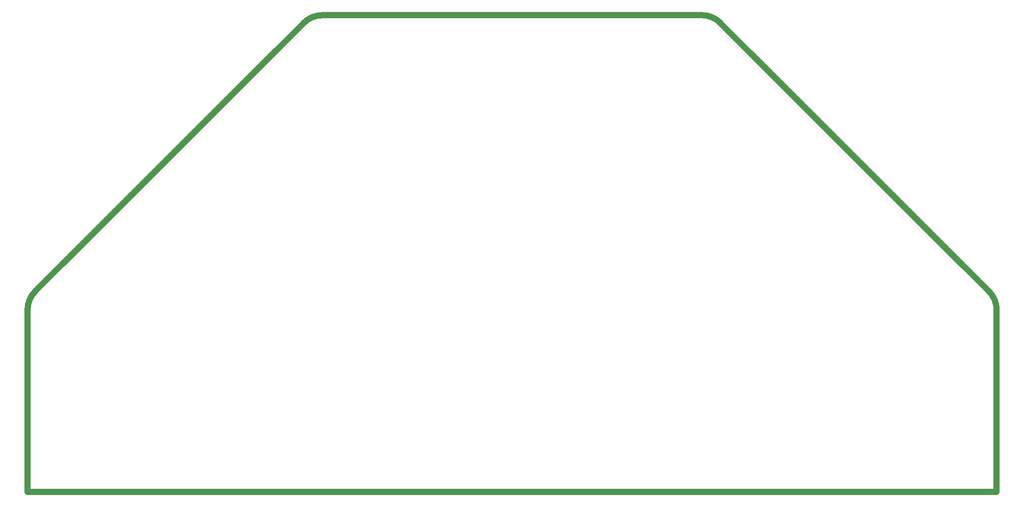
<source format=gko>
G04*
G04 #@! TF.GenerationSoftware,Altium Limited,Altium Designer,22.3.1 (43)*
G04*
G04 Layer_Color=16711935*
%FSLAX44Y44*%
%MOMM*%
G71*
G04*
G04 #@! TF.SameCoordinates,183D5ADB-B2EB-4085-A593-B9F204B0C739*
G04*
G04*
G04 #@! TF.FilePolarity,Positive*
G04*
G01*
G75*
%ADD99C,1.2000*%
%ADD100C,0.0130*%
D99*
X692884Y-77888D02*
G03*
X678240Y-42533I-50000J0D01*
G01*
X-592968Y484019D02*
G03*
X-628323Y469374I-0J-50000D01*
G01*
X166333Y469374D02*
G03*
X130977Y484019I-35355J-35355D01*
G01*
X-1140230Y-42533D02*
G03*
X-1154875Y-77888I35355J-35355D01*
G01*
Y-424798D02*
Y-77888D01*
X166333Y469374D02*
X678240Y-42533D01*
X692551Y-424798D02*
X692871Y-77888D01*
X-1154875Y-424798D02*
X692551D01*
X-592968Y484019D02*
X130977D01*
X-1140230Y-42533D02*
X-628323Y469374D01*
D100*
X-1154875Y-424798D02*
X692551D01*
M02*

</source>
